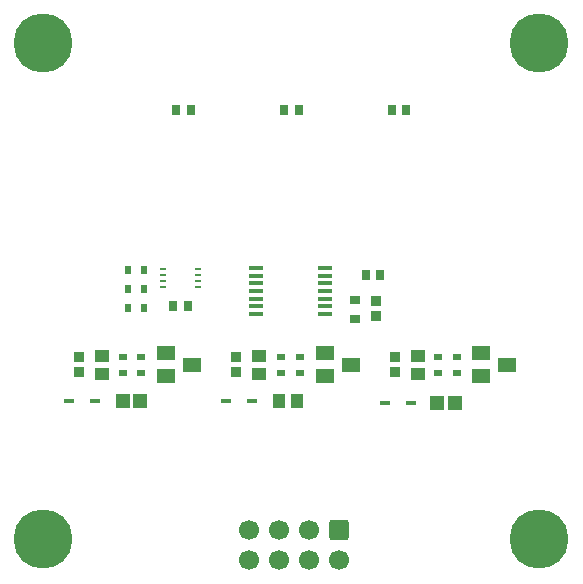
<source format=gbr>
%TF.GenerationSoftware,KiCad,Pcbnew,9.0.6*%
%TF.CreationDate,2026-02-10T13:29:08-08:00*%
%TF.ProjectId,LegEncoderBoard,4c656745-6e63-46f6-9465-72426f617264,rev?*%
%TF.SameCoordinates,Original*%
%TF.FileFunction,Soldermask,Top*%
%TF.FilePolarity,Negative*%
%FSLAX46Y46*%
G04 Gerber Fmt 4.6, Leading zero omitted, Abs format (unit mm)*
G04 Created by KiCad (PCBNEW 9.0.6) date 2026-02-10 13:29:08*
%MOMM*%
%LPD*%
G01*
G04 APERTURE LIST*
G04 Aperture macros list*
%AMRoundRect*
0 Rectangle with rounded corners*
0 $1 Rounding radius*
0 $2 $3 $4 $5 $6 $7 $8 $9 X,Y pos of 4 corners*
0 Add a 4 corners polygon primitive as box body*
4,1,4,$2,$3,$4,$5,$6,$7,$8,$9,$2,$3,0*
0 Add four circle primitives for the rounded corners*
1,1,$1+$1,$2,$3*
1,1,$1+$1,$4,$5*
1,1,$1+$1,$6,$7*
1,1,$1+$1,$8,$9*
0 Add four rect primitives between the rounded corners*
20,1,$1+$1,$2,$3,$4,$5,0*
20,1,$1+$1,$4,$5,$6,$7,0*
20,1,$1+$1,$6,$7,$8,$9,0*
20,1,$1+$1,$8,$9,$2,$3,0*%
G04 Aperture macros list end*
%ADD10R,0.889000X0.812800*%
%ADD11C,5.000000*%
%ADD12R,0.558800X0.762000*%
%ADD13RoundRect,0.102000X-0.430000X-0.490000X0.430000X-0.490000X0.430000X0.490000X-0.430000X0.490000X0*%
%ADD14RoundRect,0.102000X0.520000X0.510000X-0.520000X0.510000X-0.520000X-0.510000X0.520000X-0.510000X0*%
%ADD15R,0.762000X0.558800*%
%ADD16R,0.806400X0.350000*%
%ADD17R,0.812800X0.711200*%
%ADD18R,1.308100X0.355600*%
%ADD19R,0.762000X0.863600*%
%ADD20RoundRect,0.250000X-0.600000X0.600000X-0.600000X-0.600000X0.600000X-0.600000X0.600000X0.600000X0*%
%ADD21C,1.700000*%
%ADD22R,0.558800X0.203200*%
%ADD23RoundRect,0.102000X-0.700000X-0.500000X0.700000X-0.500000X0.700000X0.500000X-0.700000X0.500000X0*%
%ADD24RoundRect,0.102000X-0.490000X0.430000X-0.490000X-0.430000X0.490000X-0.430000X0.490000X0.430000X0*%
%ADD25RoundRect,0.102000X-0.520000X-0.510000X0.520000X-0.510000X0.520000X0.510000X-0.520000X0.510000X0*%
G04 APERTURE END LIST*
D10*
%TO.C,C6*%
X155810500Y-111747700D03*
X155810500Y-110452300D03*
%TD*%
%TO.C,C5*%
X129060500Y-111747700D03*
X129060500Y-110452300D03*
%TD*%
D11*
%TO.C,H2*%
X168083100Y-83858200D03*
%TD*%
D10*
%TO.C,C3*%
X154250000Y-106997700D03*
X154250000Y-105702300D03*
%TD*%
D12*
%TO.C,R14*%
X133226900Y-103073500D03*
X134573100Y-103073500D03*
%TD*%
D13*
%TO.C,R4*%
X146030500Y-114193100D03*
X147560500Y-114193100D03*
%TD*%
D14*
%TO.C,R9*%
X160895500Y-114331300D03*
X159425500Y-114331300D03*
%TD*%
D15*
%TO.C,R3*%
X134355400Y-110426900D03*
X134355400Y-111773100D03*
%TD*%
D16*
%TO.C,CR3*%
X143759700Y-114193100D03*
X141561300Y-114193100D03*
%TD*%
D17*
%TO.C,C2*%
X152450000Y-105599900D03*
X152450000Y-107200100D03*
%TD*%
D10*
%TO.C,C7*%
X142360500Y-111747700D03*
X142360500Y-110452300D03*
%TD*%
D18*
%TO.C,U1*%
X144092250Y-102908199D03*
X144092250Y-103558200D03*
X144092250Y-104208201D03*
X144092250Y-104858200D03*
X144092250Y-105508199D03*
X144092250Y-106158200D03*
X144092250Y-106808199D03*
X149896150Y-106808201D03*
X149896150Y-106158200D03*
X149896150Y-105508201D03*
X149896150Y-104858200D03*
X149896150Y-104208201D03*
X149896150Y-103558200D03*
X149896150Y-102908201D03*
%TD*%
D19*
%TO.C,C4*%
X138295500Y-106173500D03*
X137050900Y-106173500D03*
%TD*%
D11*
%TO.C,H1*%
X126083100Y-83858200D03*
%TD*%
D19*
%TO.C,C1*%
X153377700Y-103550000D03*
X154622300Y-103550000D03*
%TD*%
D20*
%TO.C,J1*%
X151100000Y-125105700D03*
D21*
X151100000Y-127645700D03*
X148560000Y-125105700D03*
X148560000Y-127645700D03*
X146020000Y-125105700D03*
X146020000Y-127645700D03*
X143480000Y-125105700D03*
X143480000Y-127645700D03*
%TD*%
D22*
%TO.C,U2*%
X139173200Y-104523501D03*
X139173200Y-104023500D03*
X139173200Y-103523500D03*
X139173200Y-103023499D03*
X136226800Y-103023499D03*
X136226800Y-103523500D03*
X136226800Y-104023500D03*
X136226800Y-104523501D03*
%TD*%
D23*
%TO.C,Q3*%
X149910500Y-110150000D03*
X149910500Y-112050000D03*
X152110500Y-111100000D03*
%TD*%
D19*
%TO.C,D3*%
X156822300Y-89548625D03*
X155577700Y-89548625D03*
%TD*%
%TO.C,D1*%
X147697300Y-89550000D03*
X146452700Y-89550000D03*
%TD*%
D12*
%TO.C,R15*%
X133226900Y-104673500D03*
X134573100Y-104673500D03*
%TD*%
D24*
%TO.C,R1*%
X131038100Y-110335000D03*
X131038100Y-111865000D03*
%TD*%
D25*
%TO.C,R6*%
X132826300Y-114214100D03*
X134296300Y-114214100D03*
%TD*%
D12*
%TO.C,R13*%
X133226900Y-106323500D03*
X134573100Y-106323500D03*
%TD*%
D24*
%TO.C,R5*%
X157775600Y-110335000D03*
X157775600Y-111865000D03*
%TD*%
D15*
%TO.C,R8*%
X161067900Y-110426900D03*
X161067900Y-111773100D03*
%TD*%
D23*
%TO.C,Q1*%
X136460500Y-110150000D03*
X136460500Y-112050000D03*
X138660500Y-111100000D03*
%TD*%
D19*
%TO.C,D2*%
X138572300Y-89548625D03*
X137327700Y-89548625D03*
%TD*%
D16*
%TO.C,CR2*%
X157209700Y-114331300D03*
X155011300Y-114331300D03*
%TD*%
D11*
%TO.C,H4*%
X168083100Y-125858200D03*
%TD*%
D15*
%TO.C,R2*%
X132799900Y-110426900D03*
X132799900Y-111773100D03*
%TD*%
D11*
%TO.C,H3*%
X126083100Y-125858200D03*
%TD*%
D15*
%TO.C,R11*%
X146174900Y-110426900D03*
X146174900Y-111773100D03*
%TD*%
%TO.C,R7*%
X159524900Y-110426900D03*
X159524900Y-111773100D03*
%TD*%
D23*
%TO.C,Q2*%
X163160500Y-110150000D03*
X163160500Y-112050000D03*
X165360500Y-111100000D03*
%TD*%
D24*
%TO.C,R10*%
X144375600Y-110335000D03*
X144375600Y-111865000D03*
%TD*%
D16*
%TO.C,CR1*%
X130460500Y-114214100D03*
X128262100Y-114214100D03*
%TD*%
D15*
%TO.C,R12*%
X147767900Y-110426900D03*
X147767900Y-111773100D03*
%TD*%
M02*

</source>
